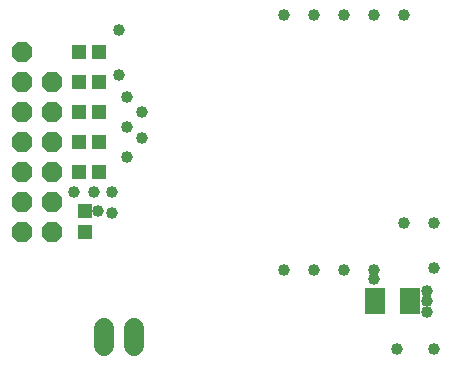
<source format=gbs>
G75*
%MOIN*%
%OFA0B0*%
%FSLAX25Y25*%
%IPPOS*%
%LPD*%
%AMOC8*
5,1,8,0,0,1.08239X$1,22.5*
%
%ADD10R,0.06706X0.08674*%
%ADD11C,0.06800*%
%ADD12R,0.04737X0.05131*%
%ADD13OC8,0.06800*%
%ADD14R,0.05052X0.04934*%
%ADD15C,0.03975*%
D10*
X0132094Y0323250D03*
X0143906Y0323250D03*
D11*
X0042000Y0314250D02*
X0042000Y0308250D01*
X0052000Y0308250D02*
X0052000Y0314250D01*
D12*
X0040346Y0366250D03*
X0033654Y0366250D03*
X0033654Y0376250D03*
X0040346Y0376250D03*
X0040346Y0386250D03*
X0033654Y0386250D03*
X0033654Y0396250D03*
X0040346Y0396250D03*
X0040346Y0406250D03*
X0033654Y0406250D03*
D13*
X0024500Y0396250D03*
X0024500Y0386250D03*
X0024500Y0376250D03*
X0024500Y0366250D03*
X0024500Y0356250D03*
X0024500Y0346250D03*
X0014500Y0346250D03*
X0014500Y0356250D03*
X0014500Y0366250D03*
X0014500Y0376250D03*
X0014500Y0386250D03*
X0014500Y0396250D03*
X0014500Y0406250D03*
D14*
X0035500Y0353195D03*
X0035500Y0346305D03*
D15*
X0040000Y0353250D03*
X0044500Y0352750D03*
X0044500Y0359750D03*
X0038500Y0359750D03*
X0032000Y0359750D03*
X0049500Y0371250D03*
X0054500Y0377750D03*
X0049500Y0381250D03*
X0054500Y0386250D03*
X0049500Y0391250D03*
X0047000Y0398750D03*
X0047000Y0413750D03*
X0102000Y0418750D03*
X0112000Y0418750D03*
X0122000Y0418750D03*
X0132000Y0418750D03*
X0142000Y0418750D03*
X0142000Y0349250D03*
X0152000Y0349250D03*
X0152000Y0334250D03*
X0149500Y0326750D03*
X0149500Y0323250D03*
X0149500Y0319750D03*
X0152000Y0307250D03*
X0139500Y0307250D03*
X0132000Y0330750D03*
X0132000Y0333750D03*
X0122000Y0333750D03*
X0112000Y0333750D03*
X0102000Y0333750D03*
M02*

</source>
